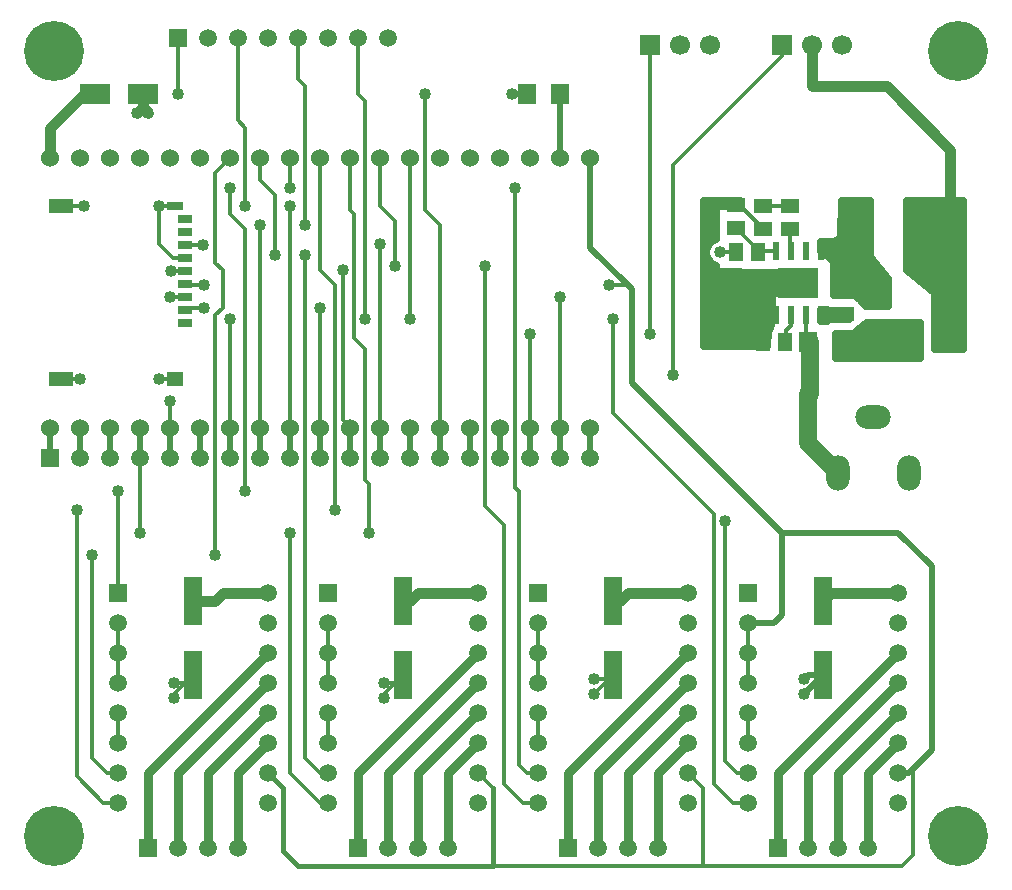
<source format=gbr>
G04 DipTrace 3.3.1.3*
G04 Top.gbr*
%MOIN*%
G04 #@! TF.FileFunction,Copper,L1,Top*
G04 #@! TF.Part,Single*
G04 #@! TA.AperFunction,Conductor*
%ADD14C,0.016*%
%ADD15C,0.012*%
%ADD16C,0.02*%
%ADD17C,0.035*%
G04 #@! TA.AperFunction,ViaPad*
%ADD18C,0.03*%
G04 #@! TA.AperFunction,ComponentPad*
%ADD20C,0.06*%
G04 #@! TA.AperFunction,CopperBalancing*
%ADD21C,0.025*%
%ADD23R,0.062992X0.163386*%
%ADD24R,0.059055X0.051181*%
%ADD25R,0.062992X0.070866*%
%ADD27R,0.066929X0.098425*%
G04 #@! TA.AperFunction,ComponentPad*
%ADD28R,0.059055X0.059055*%
%ADD29C,0.059055*%
%ADD30R,0.066929X0.066929*%
%ADD31C,0.066929*%
%ADD32O,0.07874X0.11811*%
%ADD33O,0.11811X0.07874*%
%ADD34R,0.051181X0.027559*%
%ADD35R,0.07874X0.047244*%
%ADD36R,0.055118X0.047244*%
%ADD37R,0.055118X0.031496*%
%ADD38R,0.09252X0.137795*%
G04 #@! TA.AperFunction,ComponentPad*
%ADD39C,0.2*%
%ADD40R,0.051181X0.059055*%
G04 #@! TA.AperFunction,ComponentPad*
%ADD41R,0.059X0.059*%
%ADD42C,0.059*%
%ADD44R,0.024016X0.062992*%
%ADD45R,0.138189X0.10315*%
%ADD47R,0.098425X0.066929*%
G04 #@! TA.AperFunction,ViaPad*
%ADD48C,0.04*%
%FSLAX26Y26*%
G04*
G70*
G90*
G75*
G01*
G04 Top*
%LPD*%
X1243701Y743701D2*
D14*
X1293701Y693701D1*
Y481201D1*
X1343701Y431201D1*
X1993701D1*
Y693701D1*
D15*
X1943701Y743701D1*
X2643701D2*
X2693701Y693701D1*
Y431201D1*
X1993701D1*
X743701Y1043701D2*
Y1143701D1*
Y1243701D1*
X1443701Y1043701D2*
Y1143701D1*
Y1243701D1*
X2143701Y1043701D2*
Y1143701D1*
Y1243701D1*
X2843701Y1043701D2*
Y1143701D1*
Y1243701D1*
X3343701Y743701D2*
X3393701D1*
Y468701D1*
X3356201Y431201D1*
X2693701D1*
X2318701Y2793701D2*
D16*
Y2493701D1*
X2443701Y2368701D1*
X2456201Y2356201D1*
Y2043701D1*
X2956201Y1543701D1*
Y1268701D1*
X2931201Y1243701D1*
X2843701D1*
X3343701Y743701D2*
X3381201D1*
X3456201Y818701D1*
Y1431201D1*
X3343701Y1543701D1*
X2956201D1*
X968701Y2373622D2*
D15*
Y2368701D1*
X1031201D1*
X2381201D2*
X2443701D1*
X2331201Y1056201D2*
X2381201D1*
X2393701Y1068701D1*
X2331201Y1006201D2*
X2393701Y1068701D1*
X1631201Y1043701D2*
X1668701D1*
X1693701Y1068701D1*
X1643701Y1043701D2*
X1668701D1*
X1631201Y993701D2*
Y1006201D1*
X1693701Y1068701D1*
X931201Y1043701D2*
X968701D1*
X993701Y1068701D1*
X931201Y993701D2*
Y1006201D1*
X993701Y1068701D1*
X2803409Y2634255D2*
X2816409D1*
X2894409Y2556255D1*
X2318701Y1793701D2*
D16*
Y1893701D1*
X968701Y2460236D2*
D15*
X927165D1*
X881201Y2506201D1*
Y2631201D1*
X935236Y2633465D2*
X883465D1*
X881201Y2631201D1*
X553346Y2633465D2*
X628937D1*
X631201Y2631201D1*
X553346Y2055512D2*
X618012D1*
X618701Y2056201D1*
X935236Y2055512D2*
X881890D1*
X881201Y2056201D1*
X2106201Y3006201D2*
D16*
X2056201D1*
X3093701Y1068701D2*
X3043701D1*
X3031201Y1056201D1*
X3093701Y1068701D2*
X3031201Y1006201D1*
X743701Y743701D2*
D15*
X706201D1*
X656201Y793701D1*
Y1468701D1*
X1068701D2*
Y2268701D1*
X1093701Y2293701D1*
Y2418701D1*
X1068701Y2443701D1*
Y2743701D1*
X1118701Y2793701D1*
X743701Y643701D2*
X693701D1*
X606201Y731201D1*
Y1618701D1*
X1468701D2*
Y2368701D1*
X1418701Y2418701D1*
Y2793701D1*
X743701Y943701D2*
Y843701D1*
X2751409Y2478255D2*
X2803409D1*
X3056201Y3168701D2*
D17*
Y3031201D1*
X3306201D1*
X3518409Y2818992D1*
Y2634255D1*
X826181Y3006201D2*
Y2963681D1*
X806201Y2943701D1*
X826181Y3006201D2*
Y2961220D1*
X843701Y2943701D1*
X2218701Y2793701D2*
D16*
Y3003937D1*
X2216437Y3006201D1*
X518701Y1793701D2*
Y1893701D1*
X843701Y493701D2*
D18*
Y743701D1*
X1243701Y1143701D1*
X943701Y493701D2*
Y743701D1*
X1243701Y1043701D1*
X1043701Y493701D2*
Y743701D1*
X1243701Y943701D1*
X1143701Y493701D2*
Y743701D1*
X1243701Y843701D1*
X1443701Y743701D2*
D15*
X1418701D1*
X1368701Y793701D1*
Y2468701D1*
X1268701D2*
Y2668701D1*
X1218701Y2718701D1*
Y2793701D1*
X2143701Y743701D2*
X2106201D1*
X2081201Y768701D1*
Y1681201D1*
X2068701Y1693701D1*
Y2693701D1*
X1318701D2*
Y2793701D1*
X518701D2*
D17*
Y2893701D1*
X631201Y3006201D1*
X668701D1*
X1443701Y643701D2*
D15*
X1418701D1*
X1318701Y743701D1*
Y1543701D1*
X1581201D2*
Y1706201D1*
X1568701Y1718701D1*
Y2156201D1*
X1531201Y2193701D1*
Y2606201D1*
X1518701Y2618701D1*
Y2793701D1*
X2143701Y643701D2*
X2093701D1*
X2031201Y706201D1*
Y1568701D1*
X1968701Y1631201D1*
Y2431201D1*
X1668701D2*
Y2581201D1*
X1618701Y2631201D1*
Y2793701D1*
X2843701Y643701D2*
X2793701D1*
X2731201Y706201D1*
Y1606201D1*
X2393701Y1943701D1*
Y2256201D1*
X1718701D2*
Y2793701D1*
X2218701Y1793701D2*
D16*
Y1893701D1*
X968701Y2330315D2*
D15*
X918701D1*
X2218701D2*
Y1893701D1*
X1418701Y1793701D2*
D16*
Y1893701D1*
X968701Y2287008D2*
D15*
Y2293701D1*
X1031201D1*
X1418701D2*
Y1893701D1*
X1618701Y1793701D2*
D16*
Y1893701D1*
X968701Y2503543D2*
D15*
X1028543D1*
X1618701Y2506201D2*
Y1893701D1*
X618701Y1793701D2*
D16*
Y1893701D1*
X718701Y1793701D2*
Y1893701D1*
X1443701Y943701D2*
D15*
Y843701D1*
X1543701Y493701D2*
D18*
Y743701D1*
X1943701Y1143701D1*
Y1043701D2*
X1643701Y743701D1*
Y493701D1*
X1743701D2*
Y743701D1*
X1943701Y943701D1*
X1843701Y493701D2*
Y743701D1*
X1943701Y843701D1*
X818701Y1793701D2*
D16*
Y1893701D1*
X2843701Y743701D2*
D15*
X2806201D1*
X2768701Y781201D1*
Y1581201D1*
X818701Y1543701D2*
Y1793701D1*
X2843701Y843701D2*
Y943701D1*
X2143701D2*
Y843701D1*
X2943701Y493701D2*
D18*
Y743701D1*
X3343701Y1143701D1*
X1518701Y1793701D2*
D16*
Y1893701D1*
X968701Y2416929D2*
D15*
X920472D1*
X1493701Y2418701D2*
Y1918701D1*
X1518701Y1893701D1*
X2987462Y2268612D2*
Y2233307D1*
X2972409Y2218255D1*
Y2182451D1*
X2969213Y2179255D1*
X2643701Y1143701D2*
D18*
X2243701Y743701D1*
Y493701D1*
X2343701D2*
Y743701D1*
X2643701Y1043701D1*
X2443701Y493701D2*
Y743701D1*
X2643701Y943701D1*
X2543701Y493701D2*
Y743701D1*
X2643701Y843701D1*
X3043701Y493701D2*
Y743701D1*
X3343701Y1043701D1*
X2985409Y2556255D2*
D15*
Y2483262D1*
X2987462Y2481210D1*
X2894409Y2631058D2*
X2985409D1*
X3143701Y493701D2*
D18*
Y743701D1*
X3343701Y943701D1*
X2937462Y2481210D2*
D15*
X2881168D1*
X2878213Y2478255D1*
Y2484648D1*
X2803409Y2559451D1*
X3243701Y493701D2*
D18*
Y743701D1*
X3343701Y843701D1*
X918701Y1793701D2*
D16*
Y1893701D1*
X2956201Y3168701D2*
D15*
Y3131201D1*
X2593701Y2768701D1*
Y2068701D1*
X918701Y1981201D2*
Y1893701D1*
X1018701Y1793701D2*
D16*
Y1893701D1*
X1118701Y1793701D2*
Y1893701D1*
X1543701Y3193701D2*
D15*
Y3006201D1*
X1568701Y2981201D1*
Y2256201D1*
X1118701D2*
Y1893701D1*
X1218701Y1793701D2*
D16*
Y1893701D1*
X1343701Y3193701D2*
D15*
Y3056201D1*
X1368701Y3031201D1*
Y2568701D1*
X1218701D2*
Y1893701D1*
X1318701Y1793701D2*
D16*
Y1893701D1*
X1143701Y3193701D2*
D15*
Y2918701D1*
X1168701Y2893701D1*
Y2631201D1*
X1318701D2*
Y1893701D1*
X1718701Y1793701D2*
D16*
Y1893701D1*
X1818701Y1793701D2*
Y1893701D1*
X943701Y3193701D2*
D15*
Y3006201D1*
X1768701D2*
Y2618701D1*
X1818701Y2568701D1*
Y1893701D1*
X1918701Y1793701D2*
D16*
Y1893701D1*
X2018701Y1793701D2*
Y1893701D1*
X2118701Y1793701D2*
Y1893701D1*
X2518701Y3168701D2*
D15*
Y2206201D1*
X2118701D2*
Y1893701D1*
X743701Y1343701D2*
Y1681201D1*
X1168701D2*
Y2556201D1*
X1118701Y2606201D1*
Y2693701D1*
X2393701Y1316732D2*
D17*
X2416732D1*
X2443701Y1343701D1*
X2643701D1*
X1693701Y1316732D2*
X1716732D1*
X1743701Y1343701D1*
X1943701D1*
X993701Y1316732D2*
X1066732D1*
X1093701Y1343701D1*
X1243701D1*
X3037462Y2268612D2*
D15*
Y2185966D1*
X3044173Y2179255D1*
D20*
X3050409D1*
Y2007255D1*
X3043701D1*
Y1843701D1*
X3143701Y1743701D1*
X3343701Y1343701D2*
D17*
X3120669D1*
X3093701Y1316732D1*
D48*
X1031201Y2368701D3*
X2381201D3*
X656201Y1468701D3*
X1068701D3*
X606201Y1618701D3*
X1468701D3*
X1368701Y2468701D3*
X1268701D3*
X2068701Y2693701D3*
X1318701D3*
Y1543701D3*
X1581201D3*
X1968701Y2431201D3*
X1668701D3*
X2393701Y2256201D3*
X1718701D3*
X918701Y2330315D3*
X2218701D3*
X1031201Y2293701D3*
X1418701D3*
X1028543Y2503543D3*
X1618701Y2506201D3*
X2768701Y1581201D3*
X818701Y1543701D3*
X920472Y2416929D3*
X1493701Y2418701D3*
X2593701Y2068701D3*
X918701Y1981201D3*
X1568701Y2256201D3*
X1118701D3*
X1368701Y2568701D3*
X1218701D3*
X1168701Y2631201D3*
X1318701D3*
X943701Y3006201D3*
X1768701D3*
X2518701Y2206201D3*
X2118701D3*
X743701Y1681201D3*
X1168701D3*
X1118701Y2693701D3*
D18*
X3050409Y2400255D3*
D48*
X931201Y1043701D3*
Y993701D3*
X1631201Y1043701D3*
Y993701D3*
X2331201Y1056201D3*
Y1006201D3*
D18*
X3050409Y2374255D3*
Y2348255D3*
X3011409Y2400255D3*
Y2374255D3*
Y2348255D3*
X2972409Y2400255D3*
Y2374255D3*
Y2348255D3*
X3401409Y2140255D3*
X3362409D3*
D48*
X2751409Y2478255D3*
X3518409Y2634255D3*
X631201Y2631201D3*
X618701Y2056201D3*
X881201Y2631201D3*
Y2056201D3*
X806201Y2943701D3*
X843701D3*
X2056201Y3006201D3*
X3031201Y1006201D3*
Y1056201D3*
X3377451Y2625072D2*
D21*
X3559909D1*
X3377451Y2600203D2*
X3559909D1*
X3377451Y2575335D2*
X3559909D1*
X3377451Y2550466D2*
X3559909D1*
X3377451Y2525597D2*
X3559909D1*
X3377451Y2500728D2*
X3559909D1*
X3377451Y2475860D2*
X3559909D1*
X3377451Y2450991D2*
X3559909D1*
X3377451Y2426122D2*
X3559909D1*
X3398946Y2401253D2*
X3559909D1*
X3430058Y2376385D2*
X3559909D1*
X3461133Y2351516D2*
X3559909D1*
X3471181Y2326647D2*
X3559909D1*
X3471181Y2301778D2*
X3559909D1*
X3471181Y2276909D2*
X3559909D1*
X3471181Y2252041D2*
X3559909D1*
X3471181Y2227172D2*
X3559909D1*
X3471181Y2202303D2*
X3559909D1*
X3471181Y2177434D2*
X3559909D1*
X3562387Y2649941D2*
X3374928D1*
X3374933Y2418465D1*
X3465413Y2345894D1*
X3467123Y2343505D1*
X3468228Y2340782D1*
X3468667Y2337873D1*
X3468673Y2156224D1*
X3562427Y2156245D1*
X3562411Y2649963D1*
X3158699Y2625072D2*
X3247429D1*
X3158699Y2600203D2*
X3247429D1*
X3158699Y2575335D2*
X3247429D1*
X3158699Y2550466D2*
X3247429D1*
X3152025Y2525597D2*
X3247429D1*
X3089982Y2500728D2*
X3247429D1*
X3097697Y2475860D2*
X3247429D1*
X3132539Y2450991D2*
X3258445D1*
X3133724Y2426122D2*
X3279151D1*
X3133724Y2401253D2*
X3299891D1*
X3133724Y2376385D2*
X3309940D1*
X3133724Y2351516D2*
X3309940D1*
X3212202Y2326647D2*
X3309940D1*
X3237071Y2301778D2*
X3309940D1*
X3210825Y2325534D2*
X3223429D1*
Y2312938D1*
X3236370Y2299984D1*
X3312403Y2299980D1*
X3312437Y2389199D1*
X3251707Y2462310D1*
X3250509Y2464993D1*
X3249971Y2467886D1*
X3249944Y2649962D1*
X3156190Y2649941D1*
X3156052Y2535499D1*
X3155255Y2532671D1*
X3153819Y2530106D1*
X3147546Y2523615D1*
X3138555Y2514843D1*
X3135991Y2513407D1*
X3133163Y2512609D1*
X3122021Y2512455D1*
X3087465D1*
X3087463Y2481428D1*
X3127476Y2452623D1*
X3129314Y2450331D1*
X3130566Y2447672D1*
X3131161Y2444795D1*
X3131209Y2337461D1*
X3195656Y2337323D1*
X3198484Y2336525D1*
X3201049Y2335089D1*
X3210837Y2325518D1*
X3215549Y2218865D2*
X3416164D1*
X3139976Y2193996D2*
X3416164D1*
X3139976Y2169127D2*
X3416164D1*
X3139976Y2144259D2*
X3416164D1*
X3223437Y2227757D2*
Y2221361D1*
X3215937D1*
X3200232Y2208080D1*
X3197563Y2206849D1*
X3194681Y2206276D1*
X3137470Y2206238D1*
X3137458Y2124972D1*
X3418671Y2124999D1*
X3418676Y2243727D1*
X3242102Y2243734D1*
X3223430Y2227757D1*
X2701428Y2622886D2*
X2735720D1*
X2701428Y2598017D2*
X2735003D1*
X2701428Y2573148D2*
X2735003D1*
X2701428Y2548280D2*
X2735003D1*
X2701428Y2523411D2*
X2735003D1*
X2701428Y2448804D2*
X2712954D1*
X2701428Y2423936D2*
X2735039D1*
X2701428Y2399067D2*
X3059970D1*
X2701428Y2374198D2*
X3059970D1*
X2701428Y2349329D2*
X3059970D1*
X2701428Y2324461D2*
X2922462D1*
X2701428Y2299592D2*
X2922462D1*
X2701428Y2274723D2*
X2922462D1*
X2701428Y2249854D2*
X2922462D1*
X2701428Y2224986D2*
X2914639D1*
X2701428Y2200117D2*
X2909005D1*
X2701428Y2175248D2*
X2907067D1*
X2917122Y2224743D2*
Y2235282D1*
X2922398D1*
X2924978Y2246672D1*
X2925131Y2333181D1*
X2925929Y2336009D1*
X2927365Y2338573D1*
X2929360Y2340731D1*
X2931803Y2342364D1*
X2934559Y2343381D1*
X2937478Y2343726D1*
X3062462D1*
X3062463Y2406475D1*
X2748042Y2412619D1*
X2745214Y2413417D1*
X2742650Y2414853D1*
X2740492Y2416848D1*
X2738860Y2419291D1*
X2737843Y2422047D1*
X2737497Y2424966D1*
Y2433902D1*
X2730299Y2436823D1*
X2724077Y2440635D1*
X2718529Y2445374D1*
X2713790Y2450923D1*
X2709978Y2457144D1*
X2707185Y2463886D1*
X2705482Y2470980D1*
X2704909Y2478255D1*
X2705482Y2485529D1*
X2707185Y2492623D1*
X2709978Y2499365D1*
X2713790Y2505587D1*
X2718529Y2511135D1*
X2724077Y2515874D1*
X2730299Y2519686D1*
X2737493Y2522606D1*
X2737651Y2620651D1*
X2738449Y2623479D1*
X2739885Y2626043D1*
X2741879Y2628201D1*
X2744323Y2629833D1*
X2747079Y2630850D1*
X2749997Y2631196D1*
X2818142D1*
X2817449Y2647722D1*
X2698899Y2647755D1*
X2698909Y2165735D1*
X2908856Y2165755D1*
X2912803Y2215314D1*
X2913799Y2218079D1*
X2917121Y2224722D1*
X3089982Y2262610D2*
X3178711D1*
X3107256Y2287479D2*
X3087448D1*
X3087463Y2249992D1*
X3107370Y2250073D1*
X3111361Y2253848D1*
X3113925Y2255283D1*
X3116753Y2256081D1*
X3126207Y2256235D1*
X3181194D1*
X3181201Y2281234D1*
X3116753Y2281383D1*
X3113925Y2282181D1*
X3111361Y2283617D1*
X3107277Y2287483D1*
D23*
X993701Y1068701D3*
Y1316732D3*
X1693701Y1068701D3*
Y1316732D3*
X2393701Y1068701D3*
Y1316732D3*
D24*
X3167409Y2348255D3*
Y2273451D3*
D25*
X3154409Y2179255D3*
X3044173D3*
D24*
X2985409Y2556255D3*
Y2631058D3*
D25*
X3387430Y2212488D3*
X3497667D3*
D23*
X3093701Y1068701D3*
Y1316732D3*
D27*
X3271409Y2335255D3*
Y2177774D3*
D28*
X2943701Y493701D3*
D29*
X3043701D3*
X3143701D3*
X3243701D3*
D30*
X2518701Y3168701D3*
D31*
X2618701D3*
X2718701D3*
D28*
X943701Y3193701D3*
D29*
X1043701D3*
X1143701D3*
X1243701D3*
X1343701D3*
X1443701D3*
X1543701D3*
X1643701D3*
D28*
X843701Y493701D3*
D29*
X943701D3*
X1043701D3*
X1143701D3*
D28*
X518701Y1793701D3*
D29*
X618701D3*
X718701D3*
X818701D3*
X918701D3*
X1018701D3*
X1118701D3*
X1218701D3*
X1318701D3*
X1418701D3*
X1518701D3*
X1618701D3*
X1718701D3*
X1818701D3*
X1918701D3*
X2018701D3*
X2118701D3*
X2218701D3*
X2318701D3*
D30*
X2956201Y3168701D3*
D31*
X3056201D3*
X3156201D3*
D28*
X1543701Y493701D3*
D29*
X1643701D3*
X1743701D3*
X1843701D3*
D28*
X2243701D3*
D29*
X2343701D3*
X2443701D3*
X2543701D3*
D32*
X3143701Y1743701D3*
X3379921D3*
D33*
X3261811Y1928740D3*
D34*
X968701Y2243701D3*
Y2287008D3*
Y2330315D3*
Y2373622D3*
Y2416929D3*
Y2460236D3*
Y2503543D3*
Y2546850D3*
Y2590157D3*
D35*
X553346Y2055512D3*
D36*
X935236D3*
D37*
Y2633465D3*
D35*
X553346D3*
D38*
X3193701Y2568701D3*
X3431890D3*
D39*
X531496Y531496D3*
X3543307D3*
Y3149606D3*
X531496D3*
D40*
X2894409Y2179255D3*
X2969213D3*
D24*
X2894409Y2556255D3*
Y2631058D3*
X2803409Y2634255D3*
Y2559451D3*
D40*
Y2478255D3*
X2878213D3*
D41*
X743701Y1343701D3*
D42*
Y1243701D3*
Y1143701D3*
Y1043701D3*
Y943701D3*
Y843701D3*
Y743701D3*
Y643701D3*
X1243701D3*
Y743701D3*
Y843701D3*
Y943701D3*
Y1043701D3*
Y1143701D3*
Y1243701D3*
Y1343701D3*
D41*
X1443701D3*
D42*
Y1243701D3*
Y1143701D3*
Y1043701D3*
Y943701D3*
Y843701D3*
Y743701D3*
Y643701D3*
X1943701D3*
Y743701D3*
Y843701D3*
Y943701D3*
Y1043701D3*
Y1143701D3*
Y1243701D3*
Y1343701D3*
D41*
X2143701D3*
D42*
Y1243701D3*
Y1143701D3*
Y1043701D3*
Y943701D3*
Y843701D3*
Y743701D3*
Y643701D3*
X2643701D3*
Y743701D3*
Y843701D3*
Y943701D3*
Y1043701D3*
Y1143701D3*
Y1243701D3*
Y1343701D3*
D44*
X3087462Y2481210D3*
X3037462D3*
X2987462D3*
X2937462D3*
Y2268612D3*
X2987462D3*
X3037462D3*
X3087462D3*
D45*
X3012462Y2374911D3*
D41*
X2843701Y1343701D3*
D42*
Y1243701D3*
Y1143701D3*
Y1043701D3*
Y943701D3*
Y843701D3*
Y743701D3*
Y643701D3*
X3343701D3*
Y743701D3*
Y843701D3*
Y943701D3*
Y1043701D3*
Y1143701D3*
Y1243701D3*
Y1343701D3*
D20*
X518701Y2793701D3*
X618701D3*
X718701D3*
X818701D3*
X918701D3*
X1018701D3*
X1118701D3*
X1218701D3*
X1318701D3*
X1418701D3*
X1518701D3*
X1618701D3*
X1718701D3*
X1818701D3*
X1918701D3*
X2018701D3*
X2118701D3*
X2218701D3*
X2318701D3*
X518701Y1893701D3*
X618701D3*
X718701D3*
X818701D3*
X918701D3*
X1018701D3*
X1118701D3*
X1218701D3*
X1318701D3*
X1418701D3*
X1518701D3*
X1618701D3*
X1718701D3*
X1818701D3*
X1918701D3*
X2018701D3*
X2118701D3*
X2218701D3*
X2318701D3*
D47*
X668701Y3006201D3*
X826181D3*
D25*
X2106201D3*
X2216437D3*
M02*

</source>
